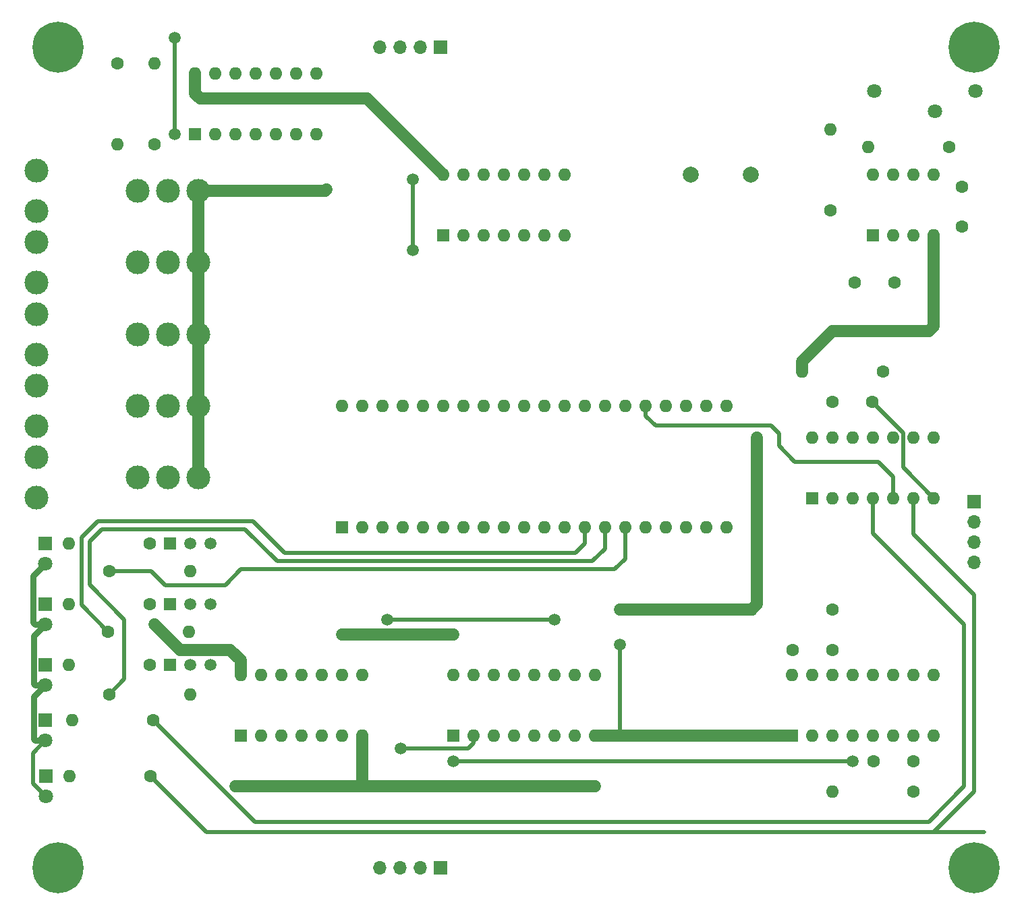
<source format=gbr>
%TF.GenerationSoftware,KiCad,Pcbnew,(5.1.10-1-10_14)*%
%TF.CreationDate,2021-06-30T19:54:52+10:00*%
%TF.ProjectId,E8Serial,45385365-7269-4616-9c2e-6b696361645f,rev?*%
%TF.SameCoordinates,Original*%
%TF.FileFunction,Copper,L1,Top*%
%TF.FilePolarity,Positive*%
%FSLAX46Y46*%
G04 Gerber Fmt 4.6, Leading zero omitted, Abs format (unit mm)*
G04 Created by KiCad (PCBNEW (5.1.10-1-10_14)) date 2021-06-30 19:54:52*
%MOMM*%
%LPD*%
G01*
G04 APERTURE LIST*
%TA.AperFunction,ComponentPad*%
%ADD10O,1.700000X1.700000*%
%TD*%
%TA.AperFunction,ComponentPad*%
%ADD11R,1.700000X1.700000*%
%TD*%
%TA.AperFunction,ComponentPad*%
%ADD12C,0.800000*%
%TD*%
%TA.AperFunction,ComponentPad*%
%ADD13C,6.400000*%
%TD*%
%TA.AperFunction,ComponentPad*%
%ADD14C,2.000000*%
%TD*%
%TA.AperFunction,ComponentPad*%
%ADD15O,1.600000X1.600000*%
%TD*%
%TA.AperFunction,ComponentPad*%
%ADD16R,1.600000X1.600000*%
%TD*%
%TA.AperFunction,ComponentPad*%
%ADD17C,1.800000*%
%TD*%
%TA.AperFunction,ComponentPad*%
%ADD18C,1.600000*%
%TD*%
%TA.AperFunction,ComponentPad*%
%ADD19R,1.500000X1.500000*%
%TD*%
%TA.AperFunction,ComponentPad*%
%ADD20C,1.500000*%
%TD*%
%TA.AperFunction,ComponentPad*%
%ADD21R,1.800000X1.800000*%
%TD*%
%TA.AperFunction,ComponentPad*%
%ADD22C,3.000000*%
%TD*%
%TA.AperFunction,ViaPad*%
%ADD23C,1.500000*%
%TD*%
%TA.AperFunction,Conductor*%
%ADD24C,1.500000*%
%TD*%
%TA.AperFunction,Conductor*%
%ADD25C,0.500000*%
%TD*%
%TA.AperFunction,Conductor*%
%ADD26C,0.750000*%
%TD*%
G04 APERTURE END LIST*
D10*
%TO.P,J3,4*%
%TO.N,TX*%
X160020000Y-116620000D03*
%TO.P,J3,3*%
%TO.N,GND*%
X160020000Y-114080000D03*
%TO.P,J3,2*%
X160020000Y-111540000D03*
D11*
%TO.P,J3,1*%
%TO.N,RX*%
X160020000Y-109000000D03*
%TD*%
D10*
%TO.P,J2,4*%
%TO.N,~OUTPUT_RESET_FLAG*%
X85380000Y-155000000D03*
%TO.P,J2,3*%
%TO.N,~OUTPUT_FLAG*%
X87920000Y-155000000D03*
%TO.P,J2,2*%
%TO.N,OUTPUT_DATA*%
X90460000Y-155000000D03*
D11*
%TO.P,J2,1*%
%TO.N,~OUT_CLOCK*%
X93000000Y-155000000D03*
%TD*%
D12*
%TO.P,H4,1*%
%TO.N,GND*%
X46697056Y-153302944D03*
X45000000Y-152600000D03*
X43302944Y-153302944D03*
X42600000Y-155000000D03*
X43302944Y-156697056D03*
X45000000Y-157400000D03*
X46697056Y-156697056D03*
X47400000Y-155000000D03*
D13*
X45000000Y-155000000D03*
%TD*%
D12*
%TO.P,H3,1*%
%TO.N,GND*%
X161697056Y-153302944D03*
X160000000Y-152600000D03*
X158302944Y-153302944D03*
X157600000Y-155000000D03*
X158302944Y-156697056D03*
X160000000Y-157400000D03*
X161697056Y-156697056D03*
X162400000Y-155000000D03*
D13*
X160000000Y-155000000D03*
%TD*%
D12*
%TO.P,H2,1*%
%TO.N,GND*%
X161697056Y-50302944D03*
X160000000Y-49600000D03*
X158302944Y-50302944D03*
X157600000Y-52000000D03*
X158302944Y-53697056D03*
X160000000Y-54400000D03*
X161697056Y-53697056D03*
X162400000Y-52000000D03*
D13*
X160000000Y-52000000D03*
%TD*%
D12*
%TO.P,H1,1*%
%TO.N,GND*%
X46697056Y-50302944D03*
X45000000Y-49600000D03*
X43302944Y-50302944D03*
X42600000Y-52000000D03*
X43302944Y-53697056D03*
X45000000Y-54400000D03*
X46697056Y-53697056D03*
X47400000Y-52000000D03*
D13*
X45000000Y-52000000D03*
%TD*%
D14*
%TO.P,C3,2*%
%TO.N,Net-(C3-Pad2)*%
X131960000Y-67945000D03*
%TO.P,C3,1*%
%TO.N,Net-(C3-Pad1)*%
X124460000Y-67945000D03*
%TD*%
D15*
%TO.P,U8,16*%
%TO.N,+5V*%
X137160000Y-130810000D03*
%TO.P,U8,8*%
%TO.N,GND*%
X154940000Y-138430000D03*
%TO.P,U8,15*%
%TO.N,Net-(C5-Pad2)*%
X139700000Y-130810000D03*
%TO.P,U8,7*%
%TO.N,Net-(C6-Pad1)*%
X152400000Y-138430000D03*
%TO.P,U8,14*%
%TO.N,Net-(C5-Pad1)*%
X142240000Y-130810000D03*
%TO.P,U8,6*%
%TO.N,Net-(C6-Pad2)*%
X149860000Y-138430000D03*
%TO.P,U8,13*%
%TO.N,Net-(U8-Pad10)*%
X144780000Y-130810000D03*
%TO.P,U8,5*%
%TO.N,Net-(U8-Pad5)*%
X147320000Y-138430000D03*
%TO.P,U8,12*%
%TO.N,~RDA*%
X147320000Y-130810000D03*
%TO.P,U8,4*%
%TO.N,SL*%
X144780000Y-138430000D03*
%TO.P,U8,11*%
%TO.N,Net-(U8-Pad11)*%
X149860000Y-130810000D03*
%TO.P,U8,3*%
%TO.N,Net-(U8-Pad3)*%
X142240000Y-138430000D03*
%TO.P,U8,10*%
%TO.N,Net-(U8-Pad10)*%
X152400000Y-130810000D03*
%TO.P,U8,2*%
%TO.N,Net-(U5-Pad2)*%
X139700000Y-138430000D03*
%TO.P,U8,9*%
%TO.N,GND*%
X154940000Y-130810000D03*
D16*
%TO.P,U8,1*%
X137160000Y-138430000D03*
%TD*%
D15*
%TO.P,U6,14*%
%TO.N,+5V*%
X67945000Y-130810000D03*
%TO.P,U6,7*%
%TO.N,GND*%
X83185000Y-138430000D03*
%TO.P,U6,13*%
%TO.N,SL*%
X70485000Y-130810000D03*
%TO.P,U6,6*%
%TO.N,~OUTPUT_FLAG*%
X80645000Y-138430000D03*
%TO.P,U6,12*%
%TO.N,Net-(U6-Pad12)*%
X73025000Y-130810000D03*
%TO.P,U6,5*%
%TO.N,Net-(U6-Pad11)*%
X78105000Y-138430000D03*
%TO.P,U6,11*%
X75565000Y-130810000D03*
%TO.P,U6,4*%
X75565000Y-138430000D03*
%TO.P,U6,10*%
%TO.N,Net-(U6-Pad10)*%
X78105000Y-130810000D03*
%TO.P,U6,3*%
%TO.N,Net-(U6-Pad12)*%
X73025000Y-138430000D03*
%TO.P,U6,9*%
%TO.N,Net-(U6-Pad10)*%
X80645000Y-130810000D03*
%TO.P,U6,2*%
%TO.N,Net-(U6-Pad11)*%
X70485000Y-138430000D03*
%TO.P,U6,8*%
%TO.N,OUTPUT_DATA*%
X83185000Y-130810000D03*
D16*
%TO.P,U6,1*%
%TO.N,~OUTPUT_RESET_FLAG*%
X67945000Y-138430000D03*
%TD*%
D15*
%TO.P,U2,14*%
%TO.N,+5V*%
X93345000Y-67945000D03*
%TO.P,U2,7*%
%TO.N,GND*%
X108585000Y-75565000D03*
%TO.P,U2,13*%
%TO.N,Net-(U2-Pad13)*%
X95885000Y-67945000D03*
%TO.P,U2,6*%
%TO.N,Net-(U2-Pad6)*%
X106045000Y-75565000D03*
%TO.P,U2,12*%
%TO.N,Net-(U2-Pad12)*%
X98425000Y-67945000D03*
%TO.P,U2,5*%
%TO.N,Net-(U2-Pad5)*%
X103505000Y-75565000D03*
%TO.P,U2,11*%
%TO.N,Net-(U2-Pad11)*%
X100965000Y-67945000D03*
%TO.P,U2,4*%
%TO.N,Net-(U2-Pad4)*%
X100965000Y-75565000D03*
%TO.P,U2,10*%
%TO.N,Net-(U2-Pad10)*%
X103505000Y-67945000D03*
%TO.P,U2,3*%
%TO.N,Net-(U2-Pad3)*%
X98425000Y-75565000D03*
%TO.P,U2,9*%
%TO.N,~CLR*%
X106045000Y-67945000D03*
%TO.P,U2,2*%
%TO.N,Net-(U1-Pad6)*%
X95885000Y-75565000D03*
%TO.P,U2,8*%
%TO.N,~INPUT_CLOCK*%
X108585000Y-67945000D03*
D16*
%TO.P,U2,1*%
%TO.N,Net-(U1-Pad6)*%
X93345000Y-75565000D03*
%TD*%
D15*
%TO.P,U1,14*%
%TO.N,+5V*%
X62230000Y-55245000D03*
%TO.P,U1,7*%
%TO.N,GND*%
X77470000Y-62865000D03*
%TO.P,U1,13*%
%TO.N,~INPUT_RESET_FLAG*%
X64770000Y-55245000D03*
%TO.P,U1,6*%
%TO.N,Net-(U1-Pad6)*%
X74930000Y-62865000D03*
%TO.P,U1,12*%
%TO.N,Net-(U1-Pad10)*%
X67310000Y-55245000D03*
%TO.P,U1,5*%
%TO.N,~INPUT_DATA*%
X72390000Y-62865000D03*
%TO.P,U1,11*%
%TO.N,Net-(U1-Pad11)*%
X69850000Y-55245000D03*
%TO.P,U1,4*%
%TO.N,~INPUT_DATA*%
X69850000Y-62865000D03*
%TO.P,U1,10*%
%TO.N,Net-(U1-Pad10)*%
X72390000Y-55245000D03*
%TO.P,U1,3*%
X67310000Y-62865000D03*
%TO.P,U1,9*%
X74930000Y-55245000D03*
%TO.P,U1,2*%
%TO.N,Net-(U1-Pad11)*%
X64770000Y-62865000D03*
%TO.P,U1,8*%
%TO.N,~INPUT_FLAG*%
X77470000Y-55245000D03*
D16*
%TO.P,U1,1*%
%TO.N,Net-(C3-Pad1)*%
X62230000Y-62865000D03*
%TD*%
D17*
%TO.P,RV1,3*%
%TO.N,+5V*%
X160200000Y-57500000D03*
%TO.P,RV1,2*%
%TO.N,Net-(R2-Pad2)*%
X155120000Y-60040000D03*
%TO.P,RV1,1*%
X147500000Y-57500000D03*
%TD*%
D15*
%TO.P,R14,2*%
%TO.N,+5V*%
X142240000Y-145415000D03*
D18*
%TO.P,R14,1*%
%TO.N,Net-(C6-Pad1)*%
X152400000Y-145415000D03*
%TD*%
D15*
%TO.P,R13,2*%
%TO.N,+5V*%
X132080000Y-122555000D03*
D18*
%TO.P,R13,1*%
%TO.N,Net-(C5-Pad1)*%
X142240000Y-122555000D03*
%TD*%
D15*
%TO.P,R12,2*%
%TO.N,+5V*%
X138430000Y-92710000D03*
D18*
%TO.P,R12,1*%
%TO.N,Net-(C4-Pad1)*%
X148590000Y-92710000D03*
%TD*%
D15*
%TO.P,R11,2*%
%TO.N,Net-(Q3-Pad2)*%
X61595000Y-133208000D03*
D18*
%TO.P,R11,1*%
%TO.N,FRAMING_ERROR*%
X51435000Y-133208000D03*
%TD*%
D15*
%TO.P,R10,2*%
%TO.N,Net-(Q2-Pad2)*%
X61468000Y-125334000D03*
D18*
%TO.P,R10,1*%
%TO.N,PARITY_ERROR*%
X51308000Y-125334000D03*
%TD*%
D15*
%TO.P,R9,2*%
%TO.N,+5V*%
X57150000Y-53975000D03*
D18*
%TO.P,R9,1*%
%TO.N,Net-(C3-Pad1)*%
X57150000Y-64135000D03*
%TD*%
D19*
%TO.P,Q3,1*%
%TO.N,Net-(Q3-Pad1)*%
X59055000Y-129525000D03*
D20*
%TO.P,Q3,3*%
%TO.N,GND*%
X64135000Y-129525000D03*
%TO.P,Q3,2*%
%TO.N,Net-(Q3-Pad2)*%
X61595000Y-129525000D03*
%TD*%
D19*
%TO.P,Q2,1*%
%TO.N,Net-(Q2-Pad1)*%
X59055000Y-121905000D03*
D20*
%TO.P,Q2,3*%
%TO.N,GND*%
X64135000Y-121905000D03*
%TO.P,Q2,2*%
%TO.N,Net-(Q2-Pad2)*%
X61595000Y-121905000D03*
%TD*%
D19*
%TO.P,Q1,1*%
%TO.N,Net-(Q1-Pad1)*%
X59055000Y-114285000D03*
D20*
%TO.P,Q1,3*%
%TO.N,GND*%
X64135000Y-114285000D03*
%TO.P,Q1,2*%
%TO.N,Net-(Q1-Pad2)*%
X61595000Y-114285000D03*
%TD*%
D10*
%TO.P,J1,4*%
%TO.N,~INPUT_RESET_FLAG*%
X85380000Y-52000000D03*
%TO.P,J1,3*%
%TO.N,~INPUT_FLAG*%
X87920000Y-52000000D03*
%TO.P,J1,2*%
%TO.N,~INPUT_DATA*%
X90460000Y-52000000D03*
D11*
%TO.P,J1,1*%
%TO.N,~INPUT_CLOCK*%
X93000000Y-52000000D03*
%TD*%
D18*
%TO.P,C6,2*%
%TO.N,Net-(C6-Pad2)*%
X147400000Y-141605000D03*
%TO.P,C6,1*%
%TO.N,Net-(C6-Pad1)*%
X152400000Y-141605000D03*
%TD*%
%TO.P,C5,2*%
%TO.N,Net-(C5-Pad2)*%
X137240000Y-127635000D03*
%TO.P,C5,1*%
%TO.N,Net-(C5-Pad1)*%
X142240000Y-127635000D03*
%TD*%
%TO.P,C4,2*%
%TO.N,GND*%
X147240000Y-96520000D03*
%TO.P,C4,1*%
%TO.N,Net-(C4-Pad1)*%
X142240000Y-96520000D03*
%TD*%
D15*
%TO.P,R15,2*%
%TO.N,Net-(Q1-Pad2)*%
X61595000Y-117714000D03*
D18*
%TO.P,R15,1*%
%TO.N,OVERRUN*%
X51435000Y-117714000D03*
%TD*%
D15*
%TO.P,R8,2*%
%TO.N,Net-(D5-Pad1)*%
X46500000Y-143495000D03*
D18*
%TO.P,R8,1*%
%TO.N,Net-(R8-Pad1)*%
X56660000Y-143495000D03*
%TD*%
D17*
%TO.P,D5,2*%
%TO.N,+5V*%
X43500000Y-146035000D03*
D21*
%TO.P,D5,1*%
%TO.N,Net-(D5-Pad1)*%
X43500000Y-143495000D03*
%TD*%
D15*
%TO.P,R7,2*%
%TO.N,Net-(D4-Pad1)*%
X46840000Y-136500000D03*
D18*
%TO.P,R7,1*%
%TO.N,Net-(R7-Pad1)*%
X57000000Y-136500000D03*
%TD*%
D15*
%TO.P,R6,2*%
%TO.N,Net-(D3-Pad1)*%
X46355000Y-129525000D03*
D18*
%TO.P,R6,1*%
%TO.N,Net-(Q3-Pad1)*%
X56515000Y-129525000D03*
%TD*%
D15*
%TO.P,R5,2*%
%TO.N,Net-(D2-Pad1)*%
X46340000Y-121905000D03*
D18*
%TO.P,R5,1*%
%TO.N,Net-(Q2-Pad1)*%
X56500000Y-121905000D03*
%TD*%
D15*
%TO.P,R4,2*%
%TO.N,Net-(D1-Pad1)*%
X46340000Y-114285000D03*
D18*
%TO.P,R4,1*%
%TO.N,Net-(Q1-Pad1)*%
X56500000Y-114285000D03*
%TD*%
D17*
%TO.P,D4,2*%
%TO.N,+5V*%
X43450000Y-139040000D03*
D21*
%TO.P,D4,1*%
%TO.N,Net-(D4-Pad1)*%
X43450000Y-136500000D03*
%TD*%
D17*
%TO.P,D3,2*%
%TO.N,+5V*%
X43450000Y-132065000D03*
D21*
%TO.P,D3,1*%
%TO.N,Net-(D3-Pad1)*%
X43450000Y-129525000D03*
%TD*%
D17*
%TO.P,D2,2*%
%TO.N,+5V*%
X43450000Y-124445000D03*
D21*
%TO.P,D2,1*%
%TO.N,Net-(D2-Pad1)*%
X43450000Y-121905000D03*
%TD*%
D17*
%TO.P,D1,2*%
%TO.N,+5V*%
X43450000Y-116825000D03*
D21*
%TO.P,D1,1*%
%TO.N,Net-(D1-Pad1)*%
X43450000Y-114285000D03*
%TD*%
D15*
%TO.P,U7,16*%
%TO.N,+5V*%
X94615000Y-130810000D03*
%TO.P,U7,8*%
%TO.N,GND*%
X112395000Y-138430000D03*
%TO.P,U7,15*%
X97155000Y-130810000D03*
%TO.P,U7,7*%
%TO.N,Net-(U6-Pad10)*%
X109855000Y-138430000D03*
%TO.P,U7,14*%
%TO.N,Net-(U4-Pad8)*%
X99695000Y-130810000D03*
%TO.P,U7,6*%
%TO.N,Net-(U4-Pad12)*%
X107315000Y-138430000D03*
%TO.P,U7,13*%
%TO.N,Net-(U4-Pad7)*%
X102235000Y-130810000D03*
%TO.P,U7,5*%
%TO.N,Net-(U4-Pad11)*%
X104775000Y-138430000D03*
%TO.P,U7,12*%
%TO.N,Net-(U4-Pad6)*%
X104775000Y-130810000D03*
%TO.P,U7,4*%
%TO.N,Net-(U4-Pad10)*%
X102235000Y-138430000D03*
%TO.P,U7,11*%
%TO.N,Net-(U4-Pad5)*%
X107315000Y-130810000D03*
%TO.P,U7,3*%
%TO.N,Net-(U4-Pad9)*%
X99695000Y-138430000D03*
%TO.P,U7,10*%
%TO.N,GND*%
X109855000Y-130810000D03*
%TO.P,U7,2*%
%TO.N,~OUT_CLOCK*%
X97155000Y-138430000D03*
%TO.P,U7,9*%
%TO.N,Net-(U7-Pad9)*%
X112395000Y-130810000D03*
D16*
%TO.P,U7,1*%
%TO.N,SL*%
X94615000Y-138430000D03*
%TD*%
D15*
%TO.P,U4,40*%
%TO.N,Net-(U4-Pad17)*%
X80645000Y-97000000D03*
%TO.P,U4,20*%
%TO.N,RX*%
X128905000Y-112240000D03*
%TO.P,U4,39*%
%TO.N,Net-(SW3-Pad2)*%
X83185000Y-97000000D03*
%TO.P,U4,19*%
%TO.N,ODA*%
X126365000Y-112240000D03*
%TO.P,U4,38*%
%TO.N,Net-(SW2-Pad2)*%
X85725000Y-97000000D03*
%TO.P,U4,18*%
%TO.N,~RDA*%
X123825000Y-112240000D03*
%TO.P,U4,37*%
%TO.N,Net-(SW1-Pad2)*%
X88265000Y-97000000D03*
%TO.P,U4,17*%
%TO.N,Net-(U4-Pad17)*%
X121285000Y-112240000D03*
%TO.P,U4,36*%
%TO.N,Net-(SW4-Pad2)*%
X90805000Y-97000000D03*
%TO.P,U4,16*%
%TO.N,Net-(U4-Pad16)*%
X118745000Y-112240000D03*
%TO.P,U4,35*%
%TO.N,Net-(SW5-Pad2)*%
X93345000Y-97000000D03*
%TO.P,U4,15*%
%TO.N,OVERRUN*%
X116205000Y-112240000D03*
%TO.P,U4,34*%
%TO.N,~CLR*%
X95885000Y-97000000D03*
%TO.P,U4,14*%
%TO.N,FRAMING_ERROR*%
X113665000Y-112240000D03*
%TO.P,U4,33*%
%TO.N,Net-(U2-Pad3)*%
X98425000Y-97000000D03*
%TO.P,U4,13*%
%TO.N,PARITY_ERROR*%
X111125000Y-112240000D03*
%TO.P,U4,32*%
%TO.N,Net-(U2-Pad4)*%
X100965000Y-97000000D03*
%TO.P,U4,12*%
%TO.N,Net-(U4-Pad12)*%
X108585000Y-112240000D03*
%TO.P,U4,31*%
%TO.N,Net-(U2-Pad5)*%
X103505000Y-97000000D03*
%TO.P,U4,11*%
%TO.N,Net-(U4-Pad11)*%
X106045000Y-112240000D03*
%TO.P,U4,30*%
%TO.N,Net-(U2-Pad6)*%
X106045000Y-97000000D03*
%TO.P,U4,10*%
%TO.N,Net-(U4-Pad10)*%
X103505000Y-112240000D03*
%TO.P,U4,29*%
%TO.N,Net-(U2-Pad10)*%
X108585000Y-97000000D03*
%TO.P,U4,9*%
%TO.N,Net-(U4-Pad9)*%
X100965000Y-112240000D03*
%TO.P,U4,28*%
%TO.N,Net-(U2-Pad11)*%
X111125000Y-97000000D03*
%TO.P,U4,8*%
%TO.N,Net-(U4-Pad8)*%
X98425000Y-112240000D03*
%TO.P,U4,27*%
%TO.N,Net-(U2-Pad12)*%
X113665000Y-97000000D03*
%TO.P,U4,7*%
%TO.N,Net-(U4-Pad7)*%
X95885000Y-112240000D03*
%TO.P,U4,26*%
%TO.N,Net-(U2-Pad13)*%
X116205000Y-97000000D03*
%TO.P,U4,6*%
%TO.N,Net-(U4-Pad6)*%
X93345000Y-112240000D03*
%TO.P,U4,25*%
%TO.N,TX*%
X118745000Y-97000000D03*
%TO.P,U4,5*%
%TO.N,Net-(U4-Pad5)*%
X90805000Y-112240000D03*
%TO.P,U4,24*%
%TO.N,Net-(U4-Pad24)*%
X121285000Y-97000000D03*
%TO.P,U4,4*%
%TO.N,Net-(U4-Pad4)*%
X88265000Y-112240000D03*
%TO.P,U4,23*%
%TO.N,~INPUT_RESET_FLAG*%
X123825000Y-97000000D03*
%TO.P,U4,3*%
%TO.N,GND*%
X85725000Y-112240000D03*
%TO.P,U4,22*%
%TO.N,TBMT*%
X126365000Y-97000000D03*
%TO.P,U4,2*%
%TO.N,Net-(U4-Pad2)*%
X83185000Y-112240000D03*
%TO.P,U4,21*%
%TO.N,Net-(U4-Pad21)*%
X128905000Y-97000000D03*
D16*
%TO.P,U4,1*%
%TO.N,+5V*%
X80645000Y-112240000D03*
%TD*%
D15*
%TO.P,U3,8*%
%TO.N,+5V*%
X147320000Y-67945000D03*
%TO.P,U3,4*%
X154940000Y-75565000D03*
%TO.P,U3,7*%
%TO.N,Net-(R3-Pad2)*%
X149860000Y-67945000D03*
%TO.P,U3,3*%
%TO.N,Net-(U3-Pad3)*%
X152400000Y-75565000D03*
%TO.P,U3,6*%
%TO.N,Net-(C2-Pad1)*%
X152400000Y-67945000D03*
%TO.P,U3,2*%
X149860000Y-75565000D03*
%TO.P,U3,5*%
%TO.N,Net-(C1-Pad1)*%
X154940000Y-67945000D03*
D16*
%TO.P,U3,1*%
%TO.N,GND*%
X147320000Y-75565000D03*
%TD*%
D15*
%TO.P,U5,14*%
%TO.N,+5V*%
X139700000Y-100965000D03*
%TO.P,U5,7*%
%TO.N,GND*%
X154940000Y-108585000D03*
%TO.P,U5,13*%
%TO.N,Net-(C4-Pad1)*%
X142240000Y-100965000D03*
%TO.P,U5,6*%
%TO.N,Net-(R8-Pad1)*%
X152400000Y-108585000D03*
%TO.P,U5,12*%
%TO.N,Net-(U4-Pad21)*%
X144780000Y-100965000D03*
%TO.P,U5,5*%
%TO.N,TX*%
X149860000Y-108585000D03*
%TO.P,U5,11*%
%TO.N,TBMT*%
X147320000Y-100965000D03*
%TO.P,U5,4*%
%TO.N,Net-(R7-Pad1)*%
X147320000Y-108585000D03*
%TO.P,U5,10*%
%TO.N,Net-(C3-Pad2)*%
X149860000Y-100965000D03*
%TO.P,U5,3*%
%TO.N,RX*%
X144780000Y-108585000D03*
%TO.P,U5,9*%
%TO.N,Net-(U3-Pad3)*%
X152400000Y-100965000D03*
%TO.P,U5,2*%
%TO.N,Net-(U5-Pad2)*%
X142240000Y-108585000D03*
%TO.P,U5,8*%
%TO.N,Net-(U4-Pad17)*%
X154940000Y-100965000D03*
D16*
%TO.P,U5,1*%
%TO.N,ODA*%
X139700000Y-108585000D03*
%TD*%
D22*
%TO.P,SW5,5*%
%TO.N,N/C*%
X42300000Y-67460000D03*
%TO.P,SW5,4*%
X42300000Y-72540000D03*
%TO.P,SW5,3*%
%TO.N,~CLR*%
X55000000Y-70000000D03*
%TO.P,SW5,2*%
%TO.N,Net-(SW5-Pad2)*%
X58810000Y-70000000D03*
%TO.P,SW5,1*%
%TO.N,GND*%
X62620000Y-70000000D03*
%TD*%
%TO.P,SW4,5*%
%TO.N,N/C*%
X42300000Y-76460000D03*
%TO.P,SW4,4*%
X42300000Y-81540000D03*
%TO.P,SW4,3*%
%TO.N,~CLR*%
X55000000Y-79000000D03*
%TO.P,SW4,2*%
%TO.N,Net-(SW4-Pad2)*%
X58810000Y-79000000D03*
%TO.P,SW4,1*%
%TO.N,GND*%
X62620000Y-79000000D03*
%TD*%
%TO.P,SW3,5*%
%TO.N,N/C*%
X42300000Y-103460000D03*
%TO.P,SW3,4*%
X42300000Y-108540000D03*
%TO.P,SW3,3*%
%TO.N,~CLR*%
X55000000Y-106000000D03*
%TO.P,SW3,2*%
%TO.N,Net-(SW3-Pad2)*%
X58810000Y-106000000D03*
%TO.P,SW3,1*%
%TO.N,GND*%
X62620000Y-106000000D03*
%TD*%
%TO.P,SW2,5*%
%TO.N,N/C*%
X42300000Y-94460000D03*
%TO.P,SW2,4*%
X42300000Y-99540000D03*
%TO.P,SW2,3*%
%TO.N,~CLR*%
X55000000Y-97000000D03*
%TO.P,SW2,2*%
%TO.N,Net-(SW2-Pad2)*%
X58810000Y-97000000D03*
%TO.P,SW2,1*%
%TO.N,GND*%
X62620000Y-97000000D03*
%TD*%
%TO.P,SW1,5*%
%TO.N,N/C*%
X42300000Y-85460000D03*
%TO.P,SW1,4*%
X42300000Y-90540000D03*
%TO.P,SW1,3*%
%TO.N,~CLR*%
X55000000Y-88000000D03*
%TO.P,SW1,2*%
%TO.N,Net-(SW1-Pad2)*%
X58810000Y-88000000D03*
%TO.P,SW1,1*%
%TO.N,GND*%
X62620000Y-88000000D03*
%TD*%
D15*
%TO.P,R3,2*%
%TO.N,Net-(R3-Pad2)*%
X146685000Y-64500000D03*
D18*
%TO.P,R3,1*%
%TO.N,Net-(C2-Pad1)*%
X156845000Y-64500000D03*
%TD*%
D15*
%TO.P,R2,2*%
%TO.N,Net-(R2-Pad2)*%
X142000000Y-62340000D03*
D18*
%TO.P,R2,1*%
%TO.N,Net-(C2-Pad1)*%
X142000000Y-72500000D03*
%TD*%
D15*
%TO.P,R1,2*%
%TO.N,~CLR*%
X52500000Y-64160000D03*
D18*
%TO.P,R1,1*%
%TO.N,+5V*%
X52500000Y-54000000D03*
%TD*%
%TO.P,C2,2*%
%TO.N,GND*%
X145000000Y-81500000D03*
%TO.P,C2,1*%
%TO.N,Net-(C2-Pad1)*%
X150000000Y-81500000D03*
%TD*%
%TO.P,C1,2*%
%TO.N,GND*%
X158500000Y-74500000D03*
%TO.P,C1,1*%
%TO.N,Net-(C1-Pad1)*%
X158500000Y-69500000D03*
%TD*%
D23*
%TO.N,GND*%
X115570000Y-127000000D03*
X78740000Y-69850000D03*
X67310000Y-144780000D03*
X112395000Y-144780000D03*
%TO.N,+5V*%
X115570000Y-122555000D03*
X132715000Y-100965000D03*
X94615000Y-125730000D03*
X80645000Y-125730000D03*
X57150000Y-124445000D03*
%TO.N,Net-(U4-Pad5)*%
X86360000Y-123825000D03*
X107315000Y-123825000D03*
%TO.N,~CLR*%
X89535000Y-68580000D03*
X89535000Y-77470000D03*
%TO.N,Net-(C3-Pad1)*%
X59690000Y-50800000D03*
X59690000Y-62865000D03*
%TO.N,SL*%
X94615000Y-141605000D03*
X144780000Y-141605000D03*
%TO.N,~OUT_CLOCK*%
X88000000Y-140000000D03*
%TD*%
D24*
%TO.N,GND*%
X62620000Y-70000000D02*
X62620000Y-106000000D01*
D25*
X115570000Y-127000000D02*
X115570000Y-138430000D01*
D24*
X137160000Y-138430000D02*
X115570000Y-138430000D01*
X115570000Y-138430000D02*
X112395000Y-138430000D01*
X78590000Y-70000000D02*
X78740000Y-69850000D01*
X62620000Y-70000000D02*
X78590000Y-70000000D01*
D25*
X151110001Y-100390001D02*
X151110001Y-104755001D01*
X151110001Y-104755001D02*
X154940000Y-108585000D01*
X147240000Y-96520000D02*
X151110001Y-100390001D01*
D24*
X83185000Y-138430000D02*
X83185000Y-144685000D01*
X83090000Y-144780000D02*
X83185000Y-144685000D01*
X67310000Y-144780000D02*
X83090000Y-144780000D01*
X83090000Y-144780000D02*
X112395000Y-144780000D01*
D26*
%TO.N,+5V*%
X41974999Y-133540001D02*
X43450000Y-132065000D01*
X41974999Y-138837791D02*
X41974999Y-133540001D01*
X42177208Y-139040000D02*
X41974999Y-138837791D01*
X43450000Y-139040000D02*
X42177208Y-139040000D01*
X41974999Y-125920001D02*
X43450000Y-124445000D01*
X42177208Y-132065000D02*
X41974999Y-131862791D01*
X41974999Y-131862791D02*
X41974999Y-125920001D01*
X43450000Y-132065000D02*
X42177208Y-132065000D01*
X42177208Y-124445000D02*
X41910000Y-124177792D01*
X43450000Y-124445000D02*
X42177208Y-124445000D01*
X41910000Y-118365000D02*
X43450000Y-116825000D01*
X41910000Y-124177792D02*
X41910000Y-118365000D01*
D24*
X132715000Y-121920000D02*
X132080000Y-122555000D01*
X132715000Y-100965000D02*
X132715000Y-121920000D01*
X132080000Y-122555000D02*
X115570000Y-122555000D01*
X80645000Y-125730000D02*
X94615000Y-125730000D01*
X60325000Y-127620000D02*
X57150000Y-124445000D01*
X60325000Y-127620000D02*
X66620000Y-127620000D01*
X67945000Y-128945000D02*
X67945000Y-130810000D01*
X66620000Y-127620000D02*
X67945000Y-128945000D01*
X62230000Y-55245000D02*
X62230000Y-57785000D01*
X62230000Y-57785000D02*
X62865000Y-58420000D01*
X83820000Y-58420000D02*
X93345000Y-67945000D01*
X62865000Y-58420000D02*
X83820000Y-58420000D01*
X138430000Y-92710000D02*
X138430000Y-91440000D01*
X138430000Y-91440000D02*
X142240000Y-87630000D01*
X142240000Y-87630000D02*
X154305000Y-87630000D01*
X154940000Y-86995000D02*
X154940000Y-75565000D01*
X154305000Y-87630000D02*
X154940000Y-86995000D01*
D25*
X43450000Y-139040000D02*
X41910000Y-140580000D01*
X41910000Y-144445000D02*
X43500000Y-146035000D01*
X41910000Y-140580000D02*
X41910000Y-144445000D01*
%TO.N,Net-(U4-Pad5)*%
X86360000Y-123825000D02*
X107315000Y-123825000D01*
%TO.N,~CLR*%
X89535000Y-68580000D02*
X89535000Y-77470000D01*
%TO.N,Net-(R7-Pad1)*%
X158750000Y-124460000D02*
X147320000Y-113030000D01*
X154305000Y-149225000D02*
X158750000Y-144780000D01*
X147320000Y-113030000D02*
X147320000Y-108585000D01*
X158750000Y-144780000D02*
X158750000Y-124460000D01*
X78275000Y-149225000D02*
X154305000Y-149225000D01*
X69725000Y-149225000D02*
X57000000Y-136500000D01*
X78275000Y-149225000D02*
X69725000Y-149225000D01*
%TO.N,Net-(R8-Pad1)*%
X152400000Y-109716370D02*
X152400000Y-108585000D01*
X152400000Y-113089964D02*
X152400000Y-109716370D01*
X154940000Y-150495000D02*
X160020000Y-145415000D01*
X160020000Y-120709964D02*
X152400000Y-113089964D01*
X160020000Y-145415000D02*
X160020000Y-120709964D01*
X63660000Y-150495000D02*
X56660000Y-143495000D01*
X161280000Y-150495000D02*
X63660000Y-150495000D01*
%TO.N,TX*%
X134500000Y-99500000D02*
X120000000Y-99500000D01*
X118745000Y-98245000D02*
X118745000Y-97000000D01*
X120000000Y-99500000D02*
X118745000Y-98245000D01*
X135500000Y-100500000D02*
X134500000Y-99500000D01*
X149860000Y-108585000D02*
X149860000Y-105860000D01*
X137500000Y-104000000D02*
X135500000Y-102000000D01*
X135500000Y-102000000D02*
X135500000Y-100500000D01*
X148000000Y-104000000D02*
X137500000Y-104000000D01*
X149860000Y-105860000D02*
X148000000Y-104000000D01*
%TO.N,OVERRUN*%
X116205000Y-116205000D02*
X116205000Y-112240000D01*
X114910000Y-117500000D02*
X116205000Y-116205000D01*
X51435000Y-117714000D02*
X56714000Y-117714000D01*
X56714000Y-117714000D02*
X58500000Y-119500000D01*
X58500000Y-119500000D02*
X66000000Y-119500000D01*
X68000000Y-117500000D02*
X70000000Y-117500000D01*
X66000000Y-119500000D02*
X68000000Y-117500000D01*
X70000000Y-117500000D02*
X114910000Y-117500000D01*
X69000000Y-117500000D02*
X70000000Y-117500000D01*
%TO.N,Net-(C3-Pad1)*%
X59690000Y-50800000D02*
X59690000Y-62865000D01*
%TO.N,PARITY_ERROR*%
X111125000Y-114300000D02*
X111125000Y-112240000D01*
X109925000Y-115500000D02*
X111125000Y-114300000D01*
X73500000Y-115500000D02*
X109925000Y-115500000D01*
X69500000Y-111500000D02*
X73500000Y-115500000D01*
X51308000Y-125334000D02*
X48000000Y-122026000D01*
X50000000Y-111500000D02*
X69500000Y-111500000D01*
X48000000Y-113500000D02*
X50000000Y-111500000D01*
X48000000Y-122026000D02*
X48000000Y-113500000D01*
%TO.N,FRAMING_ERROR*%
X113665000Y-114935000D02*
X113665000Y-112240000D01*
X112100000Y-116500000D02*
X113665000Y-114935000D01*
X68500000Y-112500000D02*
X72500000Y-116500000D01*
X50500000Y-112500000D02*
X68500000Y-112500000D01*
X72500000Y-116500000D02*
X112100000Y-116500000D01*
X49000000Y-114000000D02*
X50500000Y-112500000D01*
X53340000Y-131303000D02*
X53340000Y-123810000D01*
X49000000Y-119470000D02*
X49000000Y-114000000D01*
X53340000Y-123810000D02*
X49000000Y-119470000D01*
X51435000Y-133208000D02*
X53340000Y-131303000D01*
%TO.N,SL*%
X94615000Y-141605000D02*
X144780000Y-141605000D01*
%TO.N,~OUT_CLOCK*%
X97155000Y-138430000D02*
X97155000Y-139345000D01*
X96500000Y-140000000D02*
X88000000Y-140000000D01*
X97155000Y-139345000D02*
X96500000Y-140000000D01*
%TD*%
M02*

</source>
